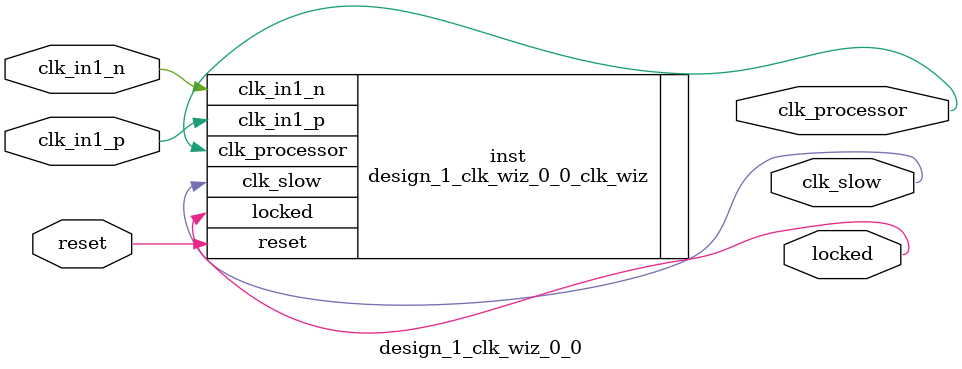
<source format=v>


`timescale 1ps/1ps

(* CORE_GENERATION_INFO = "design_1_clk_wiz_0_0,clk_wiz_v5_4_1_0,{component_name=design_1_clk_wiz_0_0,use_phase_alignment=true,use_min_o_jitter=false,use_max_i_jitter=false,use_dyn_phase_shift=false,use_inclk_switchover=false,use_dyn_reconfig=false,enable_axi=0,feedback_source=FDBK_AUTO,PRIMITIVE=MMCM,num_out_clk=2,clkin1_period=5.000,clkin2_period=10.0,use_power_down=false,use_reset=true,use_locked=true,use_inclk_stopped=false,feedback_type=SINGLE,CLOCK_MGR_TYPE=NA,manual_override=false}" *)

module design_1_clk_wiz_0_0 
 (
  // Clock out ports
  output        clk_slow,
  output        clk_processor,
  // Status and control signals
  input         reset,
  output        locked,
 // Clock in ports
  input         clk_in1_p,
  input         clk_in1_n
 );

  design_1_clk_wiz_0_0_clk_wiz inst
  (
  // Clock out ports  
  .clk_slow(clk_slow),
  .clk_processor(clk_processor),
  // Status and control signals               
  .reset(reset), 
  .locked(locked),
 // Clock in ports
  .clk_in1_p(clk_in1_p),
  .clk_in1_n(clk_in1_n)
  );

endmodule

</source>
